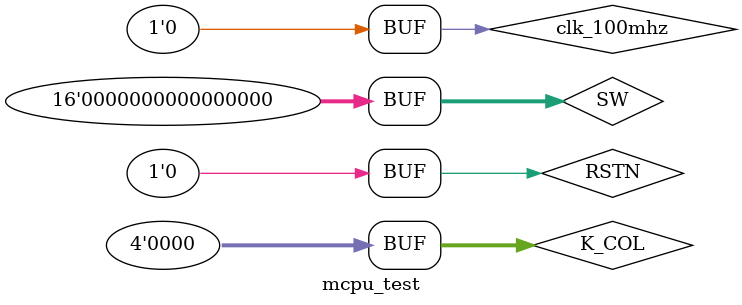
<source format=v>
`timescale 1ns / 1ps


module mcpu_test;

	// Inputs
	reg clk_100mhz;
	reg [3:0] K_COL;
	reg [15:0] SW;
	reg RSTN;

	// Outputs
	wire CR;
	wire RDY;
	wire readn;
	wire [4:0] K_ROW;
	wire SEGCLK;
	wire SEGDT;
	wire SEGEN;
	wire SEGCLR;
	wire [3:0] AN;
	wire [7:0] SEGMENT;
	wire [7:0] LED;
	wire LEDCLK;
	wire LEDDT;
	wire LEDEN;
	wire LEDCLR;
	wire Buzzer;

	// Instantiate the Unit Under Test (UUT)
	SOCMF uut (
		.clk_100mhz(clk_100mhz), 
		.K_COL(K_COL), 
		.SW(SW), 
		.RSTN(RSTN), 
		.CR(CR), 
		.RDY(RDY), 
		.readn(readn), 
		.K_ROW(K_ROW), 
		.SEGCLK(SEGCLK), 
		.SEGDT(SEGDT), 
		.SEGEN(SEGEN), 
		.SEGCLR(SEGCLR), 
		.AN(AN), 
		.SEGMENT(SEGMENT), 
		.LED(LED), 
		.LEDCLK(LEDCLK), 
		.LEDDT(LEDDT), 
		.LEDEN(LEDEN), 
		.LEDCLR(LEDCLR), 
		.Buzzer(Buzzer)
	);

	initial begin
		// Initialize Inputs
		clk_100mhz = 0;
		K_COL = 0;
		SW = 0;
		RSTN = 0;

		// Wait 100 ns for global reset to finish
		#100;
        
		// Add stimulus here

	end
      
endmodule


</source>
